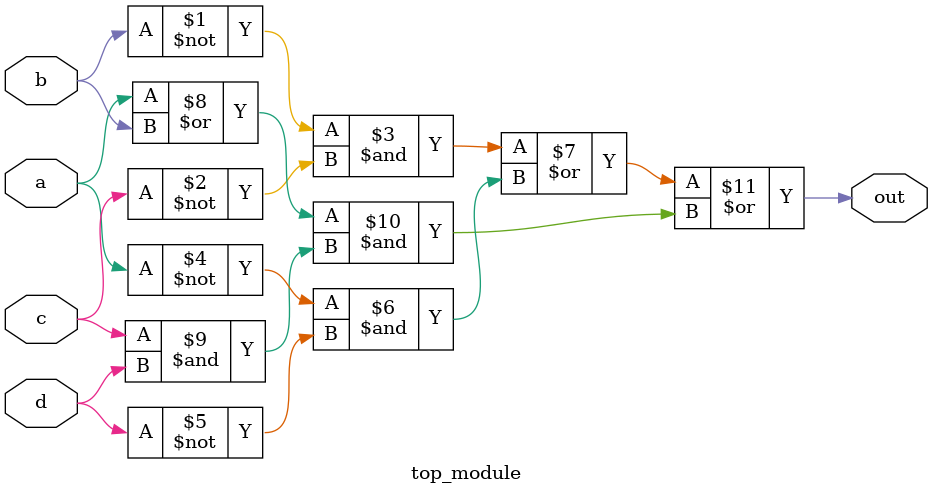
<source format=v>
module top_module(
    input a,
    input b,
    input c,
    input d,
    output out  
);
    
    assign out = (~b & ~c) | (~a & ~d) | ((a | b) & (c & d));

endmodule

</source>
